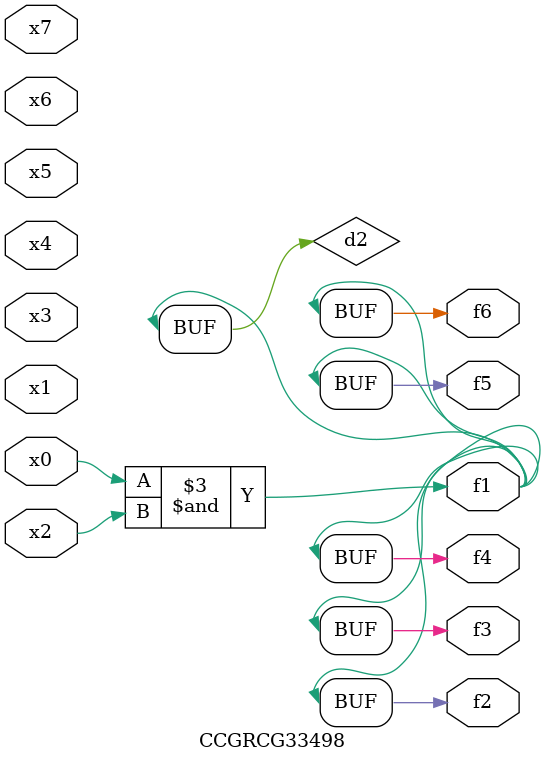
<source format=v>
module CCGRCG33498(
	input x0, x1, x2, x3, x4, x5, x6, x7,
	output f1, f2, f3, f4, f5, f6
);

	wire d1, d2;

	nor (d1, x3, x6);
	and (d2, x0, x2);
	assign f1 = d2;
	assign f2 = d2;
	assign f3 = d2;
	assign f4 = d2;
	assign f5 = d2;
	assign f6 = d2;
endmodule

</source>
